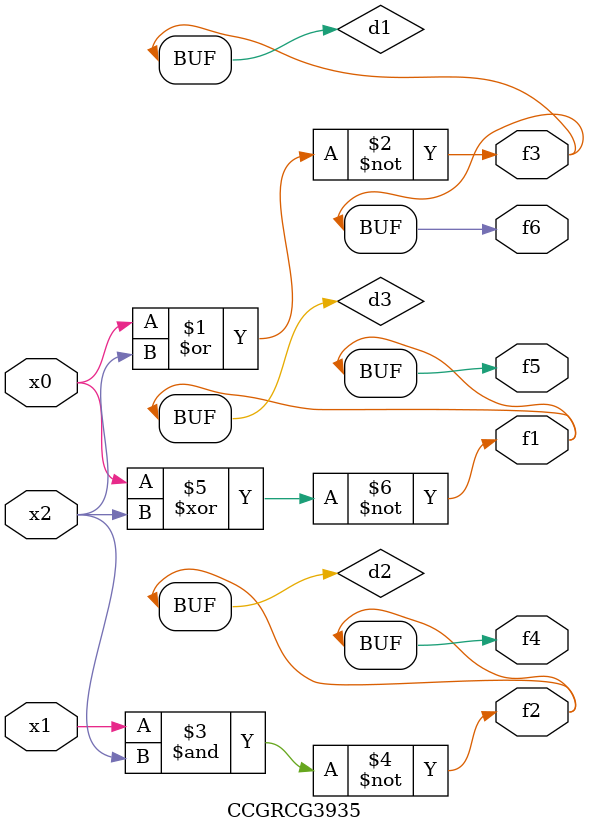
<source format=v>
module CCGRCG3935(
	input x0, x1, x2,
	output f1, f2, f3, f4, f5, f6
);

	wire d1, d2, d3;

	nor (d1, x0, x2);
	nand (d2, x1, x2);
	xnor (d3, x0, x2);
	assign f1 = d3;
	assign f2 = d2;
	assign f3 = d1;
	assign f4 = d2;
	assign f5 = d3;
	assign f6 = d1;
endmodule

</source>
